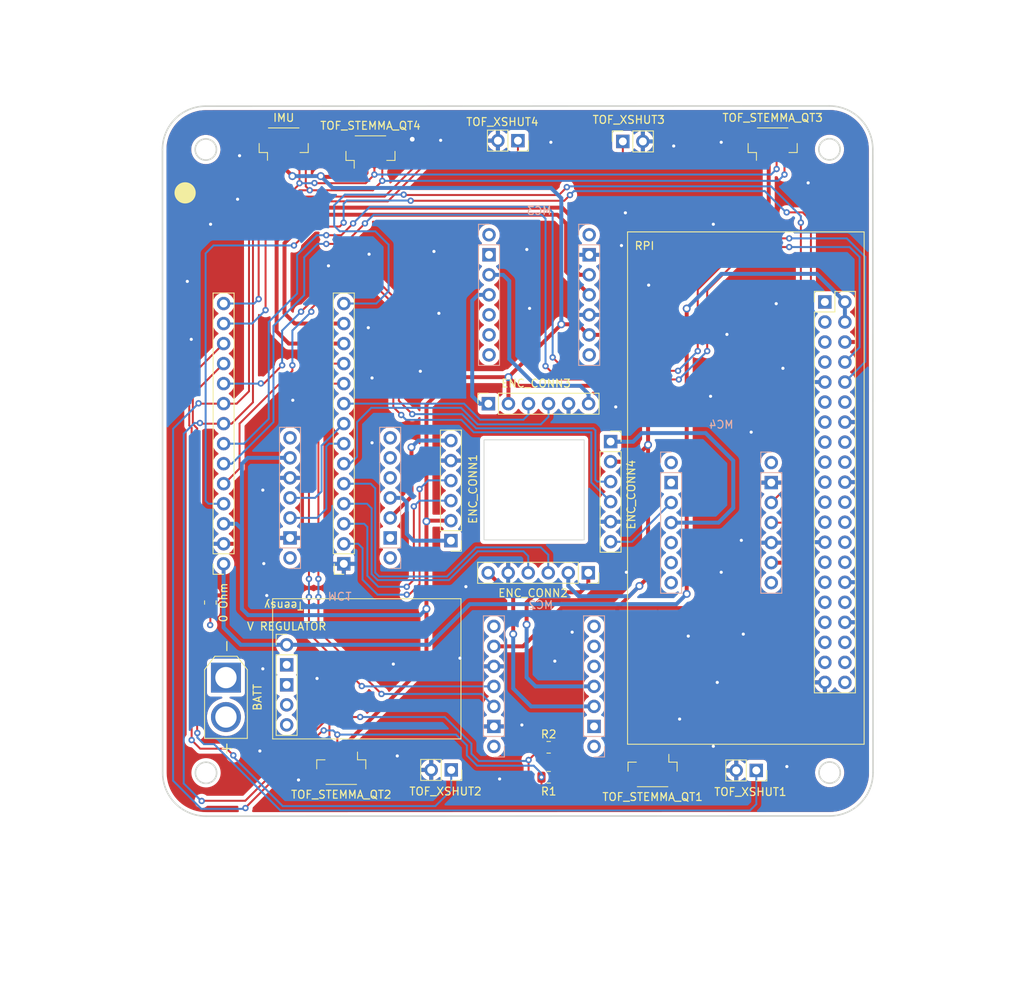
<source format=kicad_pcb>
(kicad_pcb (version 20211014) (generator pcbnew)
  (layers (0 "F.Cu" signal) (1 "In1.Cu" signal) (2 "In2.Cu" signal) (31 "B.Cu" signal) (34 "B.Paste" user) (35 "F.Paste" user) (36 "B.SilkS" user "B.Silkscreen") (37 "F.SilkS" user "F.Silkscreen") (38 "B.Mask" user) (39 "F.Mask" user) (44 "Edge.Cuts" user))
  (net 0 "")
  (net 1 "/MOTOR_1_PIN2")
  (net 2 "/3V3_Teensy")
  (net 3 "/ENC_1_PINB")
  (net 4 "/ENC_1_PINA")
  (net 5 "GNDREF")
  (net 6 "/UART TXD (R PI)")
  (net 7 "/MOTOR_2_PIN2")
  (net 8 "/ENC_2_PINB")
  (net 9 "/ENC_2_PINA")
  (net 10 "/MOTOR_2_PIN1")
  (net 11 "/MOTOR_3_PIN2")
  (net 12 "/ENC_3_PINB")
  (net 13 "/ENC_3_PINA")
  (net 14 "/MOTOR_3_PIN1")
  (net 15 "/MOTOR_4_PIN2")
  (net 16 "/ENC_4_PINB")
  (net 17 "/ENC_4_PINA")
  (net 18 "/MOTOR_4_PIN1")
  (net 19 "/BATTERY_GROUND")
  (net 20 "/12V")
  (net 21 "/UART RXD (R PI)")
  (net 22 "/MC1_PWM1")
  (net 23 "/MC1_PWM2")
  (net 24 "/MC2_PWM1")
  (net 25 "/MC2_PWM2")
  (net 26 "/MC3_PWM1")
  (net 27 "/MC3_PWM2")
  (net 28 "/MC4_PWM2")
  (net 29 "/MC4_PWM1")
  (net 30 "/5V")
  (net 31 "/SDA_LINE")
  (net 32 "/SCL_LINE")
  (net 33 "/TOF_1_XSHUT")
  (net 34 "/TOF_2_XSHUT")
  (net 35 "/TOF_3_XSHUT")
  (net 36 "/TOF_4_XSHUT")
  (net 65 "/MOTOR_1_PIN1")
  (footprint "Connector_PinHeader_2.54mm:PinHeader_1x06_P2.54mm_Vertical" (layer "F.Cu") (at 115.525 92.0925 180)
    (fp_text reference "ENC_CONN1")
    (fp_text value "Conn_01x06_Male")
  )
  (footprint "Connector_PinSocket_2.54mm:PinSocket_1x06_P2.54mm_Vertical" (layer "F.Cu") (at 135.775 79.525)
    (fp_text reference "ENC_CONN4")
    (fp_text value "Conn_01x06_Male")
  )
  (footprint "Connector_JST:JST_SH_BM04B-SRSS-TB_1x04-1MP_P1.00mm_Vertical" (layer "F.Cu") (at 101.6224 121.0047 180)
    (fp_text reference "TOF_STEMMA_QT2")
    (fp_text value "Conn_01x04_Female")
  )
  (footprint "Connector_PinSocket_2.54mm:PinSocket_1x02_P2.54mm_Vertical" (layer "F.Cu") (at 115.5668 121.1769 -90)
    (fp_text reference "TOF_XSHUT2")
    (fp_text value "Conn_01x02_Female")
  )
  (footprint "Connector_JST:JST_SH_BM04B-SRSS-TB_1x04-1MP_P1.00mm_Vertical" (layer "F.Cu") (at 105.325 42.7425)
    (fp_text reference "TOF_STEMMA_QT4")
    (fp_text value "Conn_01x04_Female")
  )
  (footprint "Connector_PinSocket_2.54mm:PinSocket_1x06_P2.54mm_Vertical" (layer "F.Cu") (at 132.95 96.1675 -90)
    (fp_text reference "ENC_CONN2")
    (fp_text value "Conn_01x06_Male")
  )
  (footprint "Resistor_SMD:R_0805_2012Metric" (layer "F.Cu") (at 127.9224 118.3047)
    (fp_text reference "R2")
    (fp_text value "4.7k")
  )
  (footprint "board1_footprints:Raspberry Pi Zero W" (layer "F.Cu") (at 141.1005 56.2198)
    (fp_text reference "RPI")
    (fp_text value "Raspberry_PI_Zero_W")
  )
  (footprint "Resistor_SMD:R_0805_2012Metric" (layer "F.Cu") (at 85.025 99.9425 -90)
    (fp_text reference "0 Ohm")
    (fp_text value "0 Ohms")
  )
  (footprint "board1_footprints:Teensy 4.0" (layer "F.Cu") (at 94.325 100.7425 180)
    (fp_text reference "Teensy")
    (fp_text value "Teensy_4.0")
  )
  (footprint "Connector_JST:JST_SH_BM04B-SRSS-TB_1x04-1MP_P1.00mm_Vertical" (layer "F.Cu") (at 156.325 41.7425)
    (fp_text reference "TOF_STEMMA_QT3")
    (fp_text value "Conn_01x04_Female")
  )
  (footprint "Connector_AMASS:AMASS_XT30U-M_1x02_P5.0mm_Vertical" (layer "F.Cu") (at 87 109.4675 -90)
    (fp_text reference "BATT")
    (fp_text value "XT30 Male Connector")
  )
  (footprint "Resistor_SMD:R_0805_2012Metric" (layer "F.Cu") (at 127.9224 122.1047)
    (fp_text reference "R1")
    (fp_text value "4.7k")
  )
  (footprint "Connector_JST:JST_SH_BM04B-SRSS-TB_1x04-1MP_P1.00mm_Vertical" (layer "F.Cu") (at 94.325 41.7425)
    (fp_text reference "IMU")
    (fp_text value "BNO085")
  )
  (footprint "Connector_PinSocket_2.54mm:PinSocket_1x02_P2.54mm_Vertical" (layer "F.Cu") (at 124.025 41.3425 -90)
    (fp_text reference "TOF_XSHUT4")
    (fp_text value "Conn_01x02_Female")
  )
  (footprint "Connector_PinSocket_2.54mm:PinSocket_1x02_P2.54mm_Vertical" (layer "F.Cu") (at 137.325 41.4425 90)
    (fp_text reference "TOF_XSHUT3")
    (fp_text value "Conn_01x02_Female")
  )
  (footprint "board1_footprints:Voltage Regulator D24V50F5" (layer "F.Cu") (at 94.7 105.3013)
    (fp_text reference "V REGULATOR")
    (fp_text value "D24V50F5")
  )
  (footprint "Connector_PinSocket_2.54mm:PinSocket_1x02_P2.54mm_Vertical" (layer "F.Cu") (at 154.25 121.2425 -90)
    (fp_text reference "TOF_XSHUT1")
    (fp_text value "Conn_01x02_Female")
  )
  (footprint "Connector_PinSocket_2.54mm:PinSocket_1x06_P2.54mm_Vertical" (layer "F.Cu") (at 120.2824 74.7175 90)
    (fp_text reference "ENC_CONN3")
    (fp_text value "Conn_01x06_Male")
  )
  (footprint "Connector_JST:JST_SH_BM04B-SRSS-TB_1x04-1MP_P1.00mm_Vertical" (layer "F.Cu") (at 141.1 121.3 180)
    (fp_text reference "TOF_STEMMA_QT1")
    (fp_text value "Conn_01x04_Female")
  )
  (footprint "board1_footprints:DRV8876" (layer "B.Cu") (at 127.325 124.06)
    (fp_text reference "MC2")
    (fp_text value "DRV8876")
  )
  (footprint "board1_footprints:DRV8876" (layer "B.Cu") (at 126.709 47.425 180)
    (fp_text reference "MC3")
    (fp_text value "DRV8876")
  )
  (footprint "board1_footprints:DRV8876" (layer "B.Cu") (at 149.8 76.325 180)
    (fp_text reference "MC4")
    (fp_text value "DRV8876")
  )
  (footprint "board1_footprints:DRV8876" (layer "B.Cu") (at 101.475 100.1425)
    (fp_text reference "MC1")
    (fp_text value "DRV8876")
  )
  (gr_circle (center 81.825 47.9675) (end 83.095 47.9675) (layer "F.SilkS") (width 0.15) (fill solid))
  (gr_line (start 169.025 42.417613) (end 169.049999 121.4925) (layer "Edge.Cuts") (width 0.2))
  (gr_circle (center 84.475 121.5425) (end 85.8212 121.5425) (layer "Edge.Cuts") (width 0.2) (fill none))
  (gr_rect (start 132.425 92) (end 119.725 79.3) (layer "Edge.Cuts") (width 0.1) (fill none))
  (gr_circle (center 163.55 121.5175) (end 164.8962 121.5175) (layer "Edge.Cuts") (width 0.2) (fill none))
  (gr_line (start 84.425 36.9675) (end 163.5 36.942501) (layer "Edge.Cuts") (width 0.2))
  (gr_arc (start 169.049999 121.4925) (mid 167.456708 125.388933) (end 163.574887 127.0175) (layer "Edge.Cuts") (width 0.2))
  (gr_arc (start 84.5 127.042499) (mid 80.603567 125.449208) (end 78.975 121.567387) (layer "Edge.Cuts") (width 0.2))
  (gr_circle (center 163.525 42.4425) (end 164.8712 42.4425) (layer "Edge.Cuts") (width 0.2) (fill none))
  (gr_arc (start 163.5 36.942501) (mid 167.396433 38.535792) (end 169.025 42.417613) (layer "Edge.Cuts") (width 0.2))
  (gr_circle (center 84.45 42.4675) (end 85.7962 42.4675) (layer "Edge.Cuts") (width 0.2) (fill none))
  (gr_line (start 78.975 121.567387) (end 78.950001 42.4925) (layer "Edge.Cuts") (width 0.2))
  (gr_line (start 163.574887 127.0175) (end 84.5 127.042499) (layer "Edge.Cuts") (width 0.2))
  (gr_arc (start 78.950001 42.4925) (mid 80.543292 38.596067) (end 84.425113 36.9675) (layer "Edge.Cuts") (width 0.2))
  (segment (start 110.775 92.0925) (end 109.925 91.2425) (width 0.5) (layer "B.Cu") (net 1))
  (segment (start 109.345 86.6625) (end 107.825 86.6625) (width 0.5) (layer "B.Cu") (net 1))
  (segment (start 115.525 92.0925) (end 110.775 92.0925) (width 0.5) (layer "B.Cu") (net 1))
  (segment (start 109.925 87.2425) (end 109.345 86.6625) (width 0.5) (layer "B.Cu") (net 1))
  (segment (start 109.925 91.2425) (end 109.925 87.2425) (width 0.5) (layer "B.Cu") (net 1))
  (segment (start 138.385 82.0825) (end 137.3425 82.0825) (width 0.5) (layer "F.Cu") (net 2))
  (segment (start 130.4878 122.1047) (end 132.15 120.4425) (width 0.5) (layer "F.Cu") (net 2))
  (segment (start 138.325 72.4425) (end 140.525 74.6425) (width 0.5) (layer "F.Cu") (net 2))
  (segment (start 137.325 82.065) (end 135.775 82.065) (width 0.5) (layer "F.Cu") (net 2))
  (segment (start 138.0675 113.325) (end 137.75 113.325) (width 0.5) (layer "F.Cu") (net 2))
  (segment (start 95.425 45.8425) (end 93.825 44.2425) (width 0.5) (layer "F.Cu") (net 2))
  (segment (start 122.8224 71.3451) (end 122.8224 74.7175) (width 0.5) (layer "F.Cu") (net 2))
  (segment (start 157.7925 94.885) (end 156.15 94.885) (width 0.5) (layer "F.Cu") (net 2))
  (segment (start 93.825 44.2425) (end 93.825 43.0675) (width 0.5) (layer "F.Cu") (net 2))
  (segment (start 136.625 100.6425) (end 141.75 100.6425) (width 0.5) (layer "F.Cu") (net 2))
  (segment (start 139.425 97.8425) (end 136.625 100.6425) (width 0.5) (layer "F.Cu") (net 2))
  (segment (start 112.515 89.5525) (end 115.525 89.5525) (width 0.5) (layer "F.Cu") (net 2))
  (segment (start 124.6675 105.5) (end 120.975 105.5) (width 0.5) (layer "F.Cu") (net 2))
  (segment (start 104.825 45.4425) (end 104.825 44.0675) (width 0.5) (layer "F.Cu") (net 2))
  (segment (start 141.6 114.1175) (end 141.6 119.975) (width 0.5) (layer "F.Cu") (net 2))
  (segment (start 136.625 112.2) (end 136.625 100.6425) (width 0.5) (layer "F.Cu") (net 2))
  (segment (start 138.0675 113.325) (end 140.8075 113.325) (width 0.5) (layer "F.Cu") (net 2))
  (segment (start 141.75 100.6425) (end 156.875 100.6425) (width 0.5) (layer "F.Cu") (net 2))
  (segment (start 140.525 74.6425) (end 140.525 79.9425) (width 0.5) (layer "F.Cu") (net 2))
  (segment (start 102.1224 119.6797) (end 102.1224 117.9701) (width 0.5) (layer "F.Cu") (net 2))
  (segment (start 112.425 107.6675) (end 112.425 100.7425) (width 0.5) (layer "F.Cu") (net 2))
  (segment (start 139.4825 65.985) (end 133.059 65.985) (width 0.5) (layer "F.Cu") (net 2))
  (segment (start 128.8224 118.2922) (end 128.8349 118.3047) (width 0.5) (layer "F.Cu") (net 2))
  (segment (start 122.8224 71.3451) (end 123.9198 72.4425) (width 0.5) (layer "F.Cu") (net 2))
  (segment (start 137.75 113.325) (end 136.625 112.2) (width 0.5) (layer "F.Cu") (net 2))
  (segment (start 136.3 115.0925) (end 138.0675 113.325) (width 0.5) (layer "F.Cu") (net 2))
  (segment (start 139.425 97.8425) (end 140.525 96.7425) (width 0.5) (layer "F.Cu") (net 2))
  (segment (start 112.425 89.6425) (end 112.425 74.8425) (width 0.5) (layer "F.Cu") (net 2))
  (segment (start 136.625 100.6425) (end 129.525 100.6425) (width 0.5) (layer "F.Cu") (net 2))
  (segment (start 132.9675 65.985) (end 133.059 65.985) (width 0.5) (layer "F.Cu") (net 2))
  (segment (start 158.1 99.4175) (end 158.1 95.1925) (width 0.5) (layer "F.Cu") (net 2))
  (segment (start 158.1 95.1925) (end 157.7925 94.885) (width 0.5) (layer "F.Cu") (net 2))
  (segment (start 130.0122 118.3047) (end 128.8349 118.3047) (width 0.5) (layer "F.Cu") (net 2))
  (segment (start 140.525 79.9425) (end 138.385 82.0825) (width 0.5) (layer "F.Cu") (net 2))
  (segment (start 136.3 119.1175) (end 136.3 115.0925) (width 0.5) (layer "F.Cu") (net 2))
  (segment (start 129.525 64.6425) (end 131.625 64.6425) (width 0.5) (layer "F.Cu") (net 2))
  (segment (start 124.6675 105.5) (end 127.525 102.6425) (width 0.5) (layer "F.Cu") (net 2))
  (segment (start 155.825 49.6425) (end 139.4825 65.985) (width 0.5) (layer "F.Cu") (net 2))
  (segment (start 112.425 89.6425) (end 112.425 100.7425) (width 0.5) (layer "F.Cu") (net 2))
  (segment (start 140.8075 113.325) (end 140.99125 113.50875) (width 0.5) (layer "F.Cu") (net 2))
  (segment (start 104.325 45.9425) (end 104.825 45.4425) (width 0.5) (layer "F.Cu") (net 2))
  (segment (start 156.875 100.6425) (end 158.1 99.4175) (width 0.5) (layer "F.Cu") (net 2))
  (segment (start 140.99125 113.50875) (end 141.6 114.1175) (width 0.5) (layer "F.Cu") (net 2))
  (segment (start 131.625 64.6425) (end 132.9675 65.985) (width 0.5) (layer "F.Cu") (net 2))
  (segment (start 137.3425 82.0825) (end 136.625 82.0825) (width 0.5) (layer "F.Cu") (net 2))
  (segment (start 137.3425 82.0825) (end 137.325 82.065) (width 0.5) (layer "F.Cu") (net 2))
  (segment (start 112.425 74.8425) (end 115.9224 71.3451) (width 0.5) (layer "F.Cu") (net 2))
  (segment (start 129.525 64.6425) (end 122.8224 71.3451) (width 0.5) (layer "F.Cu") (net 2))
  (segment (start 132.15 120.4425) (end 134.975 120.4425) (width 0.5) (layer "F.Cu") (net 2))
  (segment (start 99.025 45.8425) (end 99.125 45.9425) (width 0.5) (layer "F.Cu") (net 2))
  (segment (start 130.0122 118.3047) (end 132.15 120.4425) (width 0.5) (layer "F.Cu") (net 2))
  (segment (start 134.975 120.4425) (end 136.3 119.1175) (width 0.5) (layer "F.Cu") (net 2))
  (segment (start 102.1224 117.9701) (end 112.425 107.6675) (width 0.5) (layer "F.Cu") (net 2))
  (segment (start 128.8349 122.1047) (end 130.4878 122.1047) (width 0.5) (layer "F.Cu") (net 2))
  (segment (start 129.525 100.6425) (end 127.525 102.6425) (width 0.5) (layer "F.Cu") (net 2))
  (segment (start 99.125 45.9425) (end 104.325 45.9425) (width 0.5) (layer "F.Cu") (net 2))
  (segment (start 123.9198 72.4425) (end 138.325 72.4425) (width 0.5) (layer "F.Cu") (net 2))
  (segment (start 112.425 89.6425) (end 112.515 89.5525) (width 0.5) (layer "F.Cu") (net 2))
  (segment (start 140.525 96.7425) (end 140.525 79.9425) (width 0.5) (layer "F.Cu") (net 2))
  (segment (start 155.825 43.0675) (end 155.825 49.6425) (width 0.5) (layer "F.Cu") (net 2))
  (segment (start 115.9224 71.3451) (end 122.8224 71.3451) (width 0.5) (layer "F.Cu") (net 2))
  (via (at 99.025 45.8425) (size 1) (drill 0.6) (layers "F.Cu" "B.Cu") (net 2))
  (via (at 139.425 97.8425) (size 1) (drill 0.6) (layers "F.Cu" "B.Cu") (net 2))
  (via (at 95.425 45.8425) (size 1) (drill 0.6) (layers "F.Cu" "B.Cu") (net 2))
  (via (at 112.425 100.7425) (size 1) (drill 0.6) (layers "F.Cu" "B.Cu") (net 2))
  (via (at 112.425 89.6425) (size 1) (drill 0.6) (layers "F.Cu" "B.Cu") (net 2))
  (via (at 129.525 64.6425) (size 1) (drill 0.6) (layers "F.Cu" "B.Cu") (net 2))
  (via (at 122.8224 71.3451) (size 1) (drill 0.6) (layers "F.Cu" "B.Cu") (net 2))
  (via (at 140.525 79.9425) (size 1) (drill 0.6) (layers "F.Cu" "B.Cu") (net 2))
  (segment (start 89.825 101.5425) (end 89.025 100.7425) (width 0.5) (layer "B.Cu") (net 2))
  (segment (start 100.525 47.3425) (end 128.225 47.3425) (width 0.5) (layer "B.Cu") (net 2))
  (segment (start 138.125 99.1425) (end 139.425 97.8425) (width 0.5) (layer "B.Cu") (net 2))
  (segment (start 89.785 81.5825) (end 95.125 81.5825) (width 0.5) (layer "B.Cu") (net 2))
  (segment (start 89.025 90.6425) (end 88.33 89.9475) (width 0.5) (layer "B.Cu") (net 2))
  (segment (start 112.425 100.7425) (end 111.625 101.5425) (width 0.5) (layer "B.Cu") (net 2))
  (segment (start 89.025 90.6425) (end 89.025 82.3425) (width 0.5) (layer "B.Cu") (net 2))
  (segment (start 131.725 99.1425) (end 138.125 99.1425) (width 0.5) (layer "B.Cu") (net 2))
  (segment (start 129.525 48.6425) (end 129.525 64.6425) (width 0.5) (layer "B.Cu") (net 2))
  (segment (start 88.33 89.9475) (end 86.705 89.9475) (width 0.5) (layer "B.Cu") (net 2))
  (segment (start 128.225 47.3425) (end 129.525 48.6425) (width 0.5) (layer "B.Cu") (net 2))
  (segment (start 99.025 45.8425) (end 95.425 45.8425) (width 0.5) (layer "B.Cu") (net 2))
  (segment (start 89.025 100.7425) (end 89.025 90.6425) (width 0.5) (layer "B.Cu") (net 2))
  (segment (start 89.025 82.3425) (end 89.785 81.5825) (width 0.5) (layer "B.Cu") (net 2))
  (segment (start 111.625 101.5425) (end 89.825 101.5425) (width 0.5) (layer "B.Cu") (net 2))
  (segment (start 130.41 97.8275) (end 130.41 96.1675) (width 0.5) (layer "B.Cu") (net 2))
  (segment (start 131.725 99.1425) (end 130.41 97.8275) (width 0.5) (layer "B.Cu") (net 2))
  (segment (start 99.025 45.8425) (end 100.525 47.3425) (width 0.5) (layer "B.Cu") (net 2))
  (segment (start 110.825 87.7425) (end 110.825 97.0425) (width 0.25) (layer "F.Cu") (net 3))
  (segment (start 110.825 97.0425) (end 109.925 97.9425) (width 0.25) (layer "F.Cu") (net 3))
  (via (at 109.925 97.9425) (size 0.8) (drill 0.4) (layers "F.Cu" "B.Cu") (net 3))
  (via (at 110.825 87.7425) (size 0.8) (drill 0.4) (layers "F.Cu" "B.Cu") (net 3))
  (segment (start 106.325 97.9425) (end 109.925 97.9425) (width 0.25) (layer "B.Cu") (net 3))
  (segment (start 111.555 87.0125) (end 115.525 87.0125) (width 0.25) (layer "B.Cu") (net 3))
  (segment (start 104.925 90.3425) (end 104.925 96.5425) (width 0.25) (layer "B.Cu") (net 3))
  (segment (start 110.825 87.7425) (end 111.555 87.0125) (width 0.25) (layer "B.Cu") (net 3))
  (segment (start 101.945 89.9475) (end 104.53 89.9475) (width 0.25) (layer "B.Cu") (net 3))
  (segment (start 104.925 96.5425) (end 106.025 97.6425) (width 0.25) (layer "B.Cu") (net 3))
  (segment (start 104.53 89.9475) (end 104.925 90.3425) (width 0.25) (layer "B.Cu") (net 3))
  (segment (start 106.025 97.6425) (end 106.325 97.9425) (width 0.25) (layer "B.Cu") (net 3))
  (segment (start 111.5495 85.5425) (end 111.5495 97.618) (width 0.25) (layer "F.Cu") (net 4))
  (segment (start 111.5495 97.618) (end 110.225497 98.942003) (width 0.25) (layer "F.Cu") (net 4))
  (segment (start 110.225497 98.942003) (end 109.925 98.942003) (width 0.25) (layer "F.Cu") (net 4))
  (via (at 111.5495 85.5425) (size 0.8) (drill 0.4) (layers "F.Cu" "B.Cu") (net 4))
  (via (at 109.925 98.942003) (size 0.8) (drill 0.4) (layers "F.Cu" "B.Cu") (net 4))
  (segment (start 106.025 98.7425) (end 106.224503 98.942003) (width 0.25) (layer "B.Cu") (net 4))
  (segment (start 115.495 84.4425) (end 115.525 84.4725) (width 0.25) (layer "B.Cu") (net 4))
  (segment (start 106.224503 98.942003) (end 109.925 98.942003) (width 0.25) (layer "B.Cu") (net 4))
  (segment (start 112.6495 84.4425) (end 115.495 84.4425) (width 0.25) (layer "B.Cu") (net 4))
  (segment (start 104.325 93.0425) (end 104.325 97.0425) (width 0.25) (layer "B.Cu") (net 4))
  (segment (start 111.5495 85.5425) (end 112.6495 84.4425) (width 0.25) (layer "B.Cu") (net 4))
  (segment (start 101.945 92.4875) (end 103.77 92.4875) (width 0.25) (layer "B.Cu") (net 4))
  (segment (start 103.77 92.4875) (end 104.325 93.0425) (width 0.25) (layer "B.Cu") (net 4))
  (segment (start 104.325 97.0425) (end 106.025 98.7425) (width 0.25) (layer "B.Cu") (net 4))
  (segment (start 85.025 97.5675) (end 85.025 99.03) (width 0.25) (layer "F.Cu") (net 5))
  (via (at 91.3 118.775) (size 0.8) (drill 0.4) (layers "F.Cu" "B.Cu") (net 5))
  (via (at 111.65 70.6) (size 0.8) (drill 0.4) (layers "F.Cu" "B.Cu") (net 5))
  (via (at 105.05 65.075) (size 0.8) (drill 0.4) (layers "F.Cu" "B.Cu") (net 5))
  (via (at 96.2 122.45) (size 0.8) (drill 0.4) (layers "F.Cu" "B.Cu") (net 5))
  (via (at 148.8 51.95) (size 0.8) (drill 0.4) (layers "F.Cu" "B.Cu") (net 5))
  (via (at 114 63.25) (size 0.8) (drill 0.4) (layers "F.Cu" "B.Cu") (net 5))
  (via (at 137.65 50.5) (size 0.8) (drill 0.4) (layers "F.Cu" "B.Cu") (net 5))
  (via (at 149.8 41.55) (size 0.8) (drill 0.4) (layers "F.Cu" "B.Cu") (net 5))
  (via (at 136.425 75.125) (size 0.8) (drill 0.4) (layers "F.Cu" "B.Cu") (net 5))
  (via (at 130.9 103.7) (size 0.8) (drill 0.4) (layers "F.Cu" "B.Cu") (net 5))
  (via (at 91.675 85.675) (size 0.8) (drill 0.4) (layers "F.Cu" "B.Cu") (net 5))
  (via (at 149.8 96.1) (size 0.8) (drill 0.4) (layers "F.Cu" "B.Cu") (net 5))
  (via (at 98.55 109.575) (size 0.8) (drill 0.4) (layers "F.Cu" "B.Cu") (net 5))
  (via (at 144.525 114.725) (size 0.8) (drill 0.4) (layers "F.Cu" "B.Cu") (net 5))
  (via (at 117.425 97.925) (size 0.8) (drill 0.4) (layers "F.Cu" "B.Cu") (net 5))
  (via (at 91.8 95) (size 0.8) (drill 0.4) (layers "F.Cu" "B.Cu") (net 5))
  (via (at 125.5 62.625) (size 0.8) (drill 0.4) (layers "F.Cu" "B.Cu") (net 5))
  (via (at 137.775 96.1) (size 0.8) (drill 0.4) (layers "F.Cu" "B.Cu") (net 5))
  (via (at 149.3 110.075) (size 0.8) (drill 0.4) (layers "F.Cu" "B.Cu") (net 5))
  (via (at 160.825 46.7) (size 0.8) (drill 0.4) (layers "F.Cu" "B.Cu") (net 5))
  (via (at 100 57.225) (size 0.8) (drill 0.4) (layers "F.Cu" "B.Cu") (net 5))
  (via (at 113.375 55.4) (size 0.8) (drill 0.4) (layers "F.Cu" "B.Cu") (net 5))
  (via (at 95.475 74.275) (size 0.8) (drill 0.4) (layers "F.Cu" "B.Cu") (net 5))
  (via (at 140.6 59.675) (size 0.8) (drill 0.4) (layers "F.Cu" "B.Cu") (net 5))
  (via (at 152.35 92.05) (size 0.8) (drill 0.4) (layers "F.Cu" "B.Cu") (net 5))
  (via (at 148.45 73.775) (size 0.8) (drill 0.4) (layers "F.Cu" "B.Cu") (net 5))
  (via (at 114.225 41.3) (size 0.8) (drill 0.4) (layers "F.Cu" "B.Cu") (net 5))
  (via (at 157.625 70.225) (size 0.8) (drill 0.4) (layers "F.Cu" "B.Cu") (net 5))
  (via (at 150.525 65.925) (size 0.8) (drill 0.4) (layers "F.Cu" "B.Cu") (net 5))
  (via (at 92.175 99.05) (size 0.8) (drill 0.4) (layers "F.Cu" "B.Cu") (net 5))
  (via (at 82.1 59.2) (size 0.8) (drill 0.4) (layers "F.Cu" "B.Cu") (net 5))
  (via (at 105.15 55.75) (size 0.8) (drill 0.4) (layers "F.Cu" "B.Cu") (net 5))
  (via (at 156.775 62.025) (size 0.8) (drill 0.4) (layers "F.Cu" "B.Cu") (net 5))
  (via (at 108.225 107.75) (size 0.8) (drill 0.4) (layers "F.Cu" "B.Cu") (net 5))
  (via (at 148.8 118.175) (size 0.8) (drill 0.4) (layers "F.Cu" "B.Cu") (net 5))
  (via (at 85.05 51.95) (size 0.8) (drill 0.4) (layers "F.Cu" "B.Cu") (net 5))
  (via (at 121.7 122.325) (size 0.8) (drill 0.4) (layers "F.Cu" "B.Cu") (net 5))
  (via (at 88.475 48.775) (size 0.8) (drill 0.4) (layers "F.Cu" "B.Cu") (net 5))
  (via (at 105.525 79.675) (size 0.8) (drill 0.4) (layers "F.Cu" "B.Cu") (net 5))
  (via (at 88.725 43.25) (size 0.8) (drill 0.4) (layers "F.Cu" "B.Cu") (net 5))
  (via (at 145.625 104.2) (size 0.8) (drill 0.4) (layers "F.Cu" "B.Cu") (net 5))
  (via (at 153.6 78.325) (size 0.8) (drill 0.4) (layers "F.Cu" "B.Cu") (net 5))
  (via (at 108.725 119.4) (size 0.8) (drill 0.4) (layers "F.Cu" "B.Cu") (net 5))
  (via (at 110.625 41.1625) (size 1) (drill 0.6) (layers "F.Cu" "B.Cu") (net 5))
  (via (at 143.775 42.025) (size 0.8) (drill 0.4) (layers "F.Cu" "B.Cu") (net 5))
  (via (at 158.125 120.75) (size 0.8) (drill 0.4) (layers "F.Cu" "B.Cu") (net 5))
  (via (at 152.6 103.95) (size 0.8) (drill 0.4) (layers "F.Cu" "B.Cu") (net 5))
  (via (at 91.675 108.35) (size 0.8) (drill 0.4) (layers "F.Cu" "B.Cu") (net 5))
  (via (at 82.6 66.55) (size 0.8) (drill 0.4) (layers "F.Cu" "B.Cu") (net 5))
  (via (at 116.675 107) (size 0.8) (drill 0.4) (layers "F.Cu" "B.Cu") (net 5))
  (via (at 125.15 55.15) (size 0.8) (drill 0.4) (layers "F.Cu" "B.Cu") (net 5))
  (via (at 128.2 41.55) (size 0.8) (drill 0.4) (layers "F.Cu" "B.Cu") (net 5))
  (via (at 105.525 71.45) (size 0.8) (drill 0.4) (layers "F.Cu" "B.Cu") (net 5))
  (via (at 124.525 115.475) (size 0.8) (drill 0.4) (layers "F.Cu" "B.Cu") (net 5))
  (via (at 137.15 54.65) (size 0.8) (drill 0.4) (layers "F.Cu" "B.Cu") (net 5))
  (via (at 128.7 107.375) (size 0.8) (drill 0.4) (layers "F.Cu" "B.Cu") (net 5))
  (segment (start 127.525 69.9425) (end 129.225 71.6425) (width 0.25) (layer "F.Cu") (net 6))
  (segment (start 151.025 57.3425) (end 153.525 54.8425) (width 0.25) (layer "F.Cu") (net 6))
  (segment (start 153.525 54.8425) (end 158.425 54.8425) (width 0.25) (layer "F.Cu") (net 6))
  (segment (start 99.725 54.4425) (end 102.025 54.4425) (width 0.25) (layer "F.Cu") (net 6))
  (segment (start 102.025 54.4425) (end 104.625 51.8425) (width 0.25) (layer "F.Cu") (net 6))
  (segment (start 148.025 60.3425) (end 151.025 57.3425) (width 0.25) (layer "F.Cu") (net 6))
  (segment (start 129.225 71.6425) (end 144.425 71.6425) (width 0.25) (layer "F.Cu") (net 6))
  (segment (start 148.025 68.0425) (end 148.025 60.3425) (width 0.25) (layer "F.Cu") (net 6))
  (via (at 148.025 68.0425) (size 0.8) (drill 0.4) (layers "F.Cu" "B.Cu") (net 6))
  (via (at 99.725 54.4425) (size 0.8) (drill 0.4) (layers "F.Cu" "B.Cu") (net 6))
  (via (at 144.425 71.6425) (size 0.8) (drill 0.4) (layers "F.Cu" "B.Cu") (net 6))
  (via (at 104.625 51.8425) (size 0.8) (drill 0.4) (layers "F.Cu" "B.Cu") (net 6))
  (via (at 127.525 69.9425) (size 0.8) (drill 0.4) (layers "F.Cu" "B.Cu") (net 6))
  (via (at 158.425 54.8425) (size 0.8) (drill 0.4) (layers "F.Cu" "B.Cu") (net 6))
  (segment (start 98.625 54.4425) (end 99.725 54.4425) (width 0.25) (layer "B.Cu") (net 6))
  (segment (start 105.725 50.7425) (end 127.025 50.7425) (width 0.25) (layer "B.Cu") (net 6))
  (segment (start 93.025 77.0425) (end 93.025 64.8425) (width 0.25) (layer "B.Cu") (net 6))
  (segment (start 96.925 56.1425) (end 98.625 54.4425) (width 0.25) (layer "B.Cu") (net 6))
  (segment (start 167.35 67.5623) (end 165.4845 69.4278) (width 0.25) (layer "B.Cu") (net 6))
  (segment (start 166.075 54.8425) (end 167.35 56.1175) (width 0.25) (layer "B.Cu") (net 6))
  (segment (start 93.025 64.8425) (end 96.925 60.9425) (width 0.25) (layer "B.Cu") (net 6))
  (segment (start 86.705 82.3275) (end 87.74 82.3275) (width 0.25) (layer "B.Cu") (net 6))
  (segment (start 87.74 82.3275) (end 93.025 77.0425) (width 0.25) (layer "B.Cu") (net 6))
  (segment (start 158.425 54.8425) (end 166.075 54.8425) (width 0.25) (layer "B.Cu") (net 6))
  (segment (start 167.35 56.1175) (end 167.35 67.5623) (width 0.25) (layer "B.Cu") (net 6))
  (segment (start 127.525 51.2425) (end 127.525 69.9425) (width 0.25) (layer "B.Cu") (net 6))
  (segment (start 144.425 71.6425) (end 148.025 68.0425) (width 0.25) (layer "B.Cu") (net 6))
  (segment (start 104.625 51.8425) (end 105.725 50.7425) (width 0.25) (layer "B.Cu") (net 6))
  (segment (start 96.925 60.9425) (end 96.925 56.1425) (width 0.25) (layer "B.Cu") (net 6))
  (segment (start 127.025 50.7425) (end 127.525 51.2425) (width 0.25) (layer "B.Cu") (net 6))
  (segment (start 131.925 98.6425) (end 132.95 97.6175) (width 0.5) (layer "F.Cu") (net 7))
  (segment (start 125.125 102.7425) (end 125.125 99.9425) (width 0.5) (layer "F.Cu") (net 7))
  (segment (start 126.425 98.6425) (end 131.925 98.6425) (width 0.5) (layer "F.Cu") (net 7))
  (segment (start 132.95 97.6175) (end 132.95 96.1675) (width 0.5) (layer "F.Cu") (net 7))
  (segment (start 125.125 99.9425) (end 126.425 98.6425) (width 0.5) (layer "F.Cu") (net 7))
  (via (at 125.125 102.7425) (size 1) (drill 0.6) (layers "F.Cu" "B.Cu") (net 7))
  (segment (start 125.125 109.4425) (end 125.125 102.7425) (width 0.5) (layer "B.Cu") (net 7))
  (segment (start 133.675 110.58) (end 126.2625 110.58) (width 0.5) (layer "B.Cu") (net 7))
  (segment (start 126.2625 110.58) (end 125.125 109.4425) (width 0.5) (layer "B.Cu") (net 7))
  (segment (start 101.945 84.8675) (end 105.35 84.8675) (width 0.25) (layer "B.Cu") (net 8))
  (segment (start 127.87 93.8875) (end 127.87 96.1675) (width 0.25) (layer "B.Cu") (net 8))
  (segment (start 105.925 85.4425) (end 105.925 96.1425) (width 0.25) (layer "B.Cu") (net 8))
  (segment (start 126.925 92.9425) (end 127.87 93.8875) (width 0.25) (layer "B.Cu") (net 8))
  (segment (start 105.35 84.8675) (end 105.925 85.4425) (width 0.25) (layer "B.Cu") (net 8))
  (segment (start 115.025 96.6425) (end 118.725 92.9425) (width 0.25) (layer "B.Cu") (net 8))
  (segment (start 118.725 92.9425) (end 126.925 92.9425) (width 0.25) (layer "B.Cu") (net 8))
  (segment (start 105.925 96.1425) (end 106.425 96.6425) (width 0.25) (layer "B.Cu") (net 8))
  (segment (start 106.425 96.6425) (end 115.025 96.6425) (width 0.25) (layer "B.Cu") (net 8))
  (segment (start 104.89 87.4075) (end 105.47548 87.99298) (width 0.25) (layer "B.Cu") (net 9))
  (segment (start 105.47548 96.328698) (end 106.238803 97.09202) (width 0.25) (layer "B.Cu") (net 9))
  (segment (start 118.925 93.4425) (end 124.725 93.4425) (width 0.25) (layer "B.Cu") (net 9))
  (segment (start 105.47548 87.99298) (end 105.47548 96.328698) (width 0.25) (layer "B.Cu") (net 9))
  (segment (start 106.238803 97.09202) (end 115.27548 97.09202) (width 0.25) (layer "B.Cu") (net 9))
  (segment (start 115.27548 97.09202) (end 118.925 93.4425) (width 0.25) (layer "B.Cu") (net 9))
  (segment (start 125.33 94.0475) (end 125.33 96.1675) (width 0.25) (layer "B.Cu") (net 9))
  (segment (start 124.725 93.4425) (end 125.33 94.0475) (width 0.25) (layer "B.Cu") (net 9))
  (segment (start 101.945 87.4075) (end 104.89 87.4075) (width 0.25) (layer "B.Cu") (net 9))
  (segment (start 120.25 96.1675) (end 123.425 99.3425) (width 0.5) (layer "F.Cu") (net 10))
  (segment (start 123.425 99.3425) (end 123.425 103.9425) (width 0.5) (layer "F.Cu") (net 10))
  (via (at 123.425 103.9425) (size 1) (drill 0.6) (layers "F.Cu" "B.Cu") (net 10))
  (segment (start 123.425 103.9425) (end 123.425 110.8425) (width 0.5) (layer "B.Cu") (net 10))
  (segment (start 125.7025 113.12) (end 133.675 113.12) (width 0.5) (layer "B.Cu") (net 10))
  (segment (start 123.425 110.8425) (end 125.7025 113.12) (width 0.5) (layer "B.Cu") (net 10))
  (segment (start 118.9625 60.905) (end 118.225 61.6425) (width 0.5) (layer "B.Cu") (net 11))
  (segment (start 120.359 60.905) (end 118.9625 60.905) (width 0.5) (layer "B.Cu") (net 11))
  (segment (start 118.225 73.7425) (end 119.2 74.7175) (width 0.5) (layer "B.Cu") (net 11))
  (segment (start 118.225 61.6425) (end 118.225 73.7425) (width 0.5) (layer "B.Cu") (net 11))
  (segment (start 119.2 74.7175) (end 120.2824 74.7175) (width 0.5) (layer "B.Cu") (net 11))
  (segment (start 119.225 76.7425) (end 117.19 74.7075) (width 0.25) (layer "B.Cu") (net 12))
  (segment (start 117.19 74.7075) (end 101.945 74.7075) (width 0.25) (layer "B.Cu") (net 12))
  (segment (start 124.725 76.7425) (end 119.225 76.7425) (width 0.25) (layer "B.Cu") (net 12))
  (segment (start 125.3624 74.7175) (end 125.3624 76.1051) (width 0.25) (layer "B.Cu") (net 12))
  (segment (start 125.3624 76.1051) (end 124.725 76.7425) (width 0.25) (layer "B.Cu") (net 12))
  (segment (start 127.9024 74.7175) (end 127.9024 76.3651) (width 0.25) (layer "B.Cu") (net 13))
  (segment (start 118.925 77.3425) (end 116.825 75.2425) (width 0.25) (layer "B.Cu") (net 13))
  (segment (start 105.425 75.2425) (end 103.625 77.0425) (width 0.25) (layer "B.Cu") (net 13))
  (segment (start 126.925 77.3425) (end 118.925 77.3425) (width 0.25) (layer "B.Cu") (net 13))
  (segment (start 116.825 75.2425) (end 105.425 75.2425) (width 0.25) (layer "B.Cu") (net 13))
  (segment (start 102.74 82.3275) (end 101.945 82.3275) (width 0.25) (layer "B.Cu") (net 13))
  (segment (start 103.625 81.4425) (end 102.74 82.3275) (width 0.25) (layer "B.Cu") (net 13))
  (segment (start 103.625 77.0425) (end 103.625 81.4425) (width 0.25) (layer "B.Cu") (net 13))
  (segment (start 127.9024 76.3651) (end 126.925 77.3425) (width 0.25) (layer "B.Cu") (net 13))
  (segment (start 122.1475 58.365) (end 122.925 59.1425) (width 0.5) (layer "B.Cu") (net 14))
  (segment (start 122.925 69.0425) (end 126.325 72.4425) (width 0.5) (layer "B.Cu") (net 14))
  (segment (start 120.359 58.365) (end 122.1475 58.365) (width 0.5) (layer "B.Cu") (net 14))
  (segment (start 132.9824 73.4999) (end 132.9824 74.7175) (width 0.5) (layer "B.Cu") (net 14))
  (segment (start 126.325 72.4425) (end 131.925 72.4425) (width 0.5) (layer "B.Cu") (net 14))
  (segment (start 131.925 72.4425) (end 132.9824 73.4999) (width 0.5) (layer "B.Cu") (net 14))
  (segment (start 122.925 59.1425) (end 122.925 69.0425) (width 0.5) (layer "B.Cu") (net 14))
  (segment (start 137.1675 79.5425) (end 138.625 79.5425) (width 0.5) (layer "B.Cu") (net 15))
  (segment (start 147.825 78.4425) (end 151.325 81.9425) (width 0.5) (layer "B.Cu") (net 15))
  (segment (start 136.625 79.5425) (end 137.1675 79.5425) (width 0.5) (layer "B.Cu") (net 15))
  (segment (start 151.325 81.9425) (end 151.325 87.9425) (width 0.5) (layer "B.Cu") (net 15))
  (segment (start 151.325 87.9425) (end 149.4625 89.805) (width 0.5) (layer "B.Cu") (net 15))
  (segment (start 138.625 79.5425) (end 139.725 78.4425) (width 0.5) (layer "B.Cu") (net 15))
  (segment (start 137.1675 79.5425) (end 137.15 79.525) (width 0.5) (layer "B.Cu") (net 15))
  (segment (start 137.15 79.525) (end 135.775 79.525) (width 0.5) (layer "B.Cu") (net 15))
  (segment (start 149.4625 89.805) (end 143.45 89.805) (width 0.5) (layer "B.Cu") (net 15))
  (segment (start 139.725 78.4425) (end 147.825 78.4425) (width 0.5) (layer "B.Cu") (net 15))
  (segment (start 108.925 61.8425) (end 106.025 58.9425) (width 0.25) (layer "F.Cu") (net 16))
  (segment (start 110.625 76.0425) (end 108.925 74.3425) (width 0.25) (layer "F.Cu") (net 16))
  (segment (start 100.625 58.9425) (end 96.525 63.0425) (width 0.25) (layer "F.Cu") (net 16))
  (segment (start 106.025 58.9425) (end 100.625 58.9425) (width 0.25) (layer "F.Cu") (net 16))
  (segment (start 91.825 72.1425) (end 91.425 72.1425) (width 0.25) (layer "F.Cu") (net 16))
  (segment (start 108.925 74.3425) (end 108.925 61.8425) (width 0.25) (layer "F.Cu") (net 16))
  (segment (start 94.125 69.8425) (end 91.825 72.1425) (width 0.25) (layer "F.Cu") (net 16))
  (via (at 110.625 76.0425) (size 0.8) (drill 0.4) (layers "F.Cu" "B.Cu") (net 16))
  (via (at 91.425 72.1425) (size 0.8) (drill 0.4) (layers "F.Cu" "B.Cu") (net 16))
  (via (at 94.125 69.8425) (size 0.8) (drill 0.4) (layers "F.Cu" "B.Cu") (net 16))
  (via (at 96.525 63.0425) (size 0.8) (drill 0.4) (layers "F.Cu" "B.Cu") (net 16))
  (segment (start 133.85 78.1) (end 133.85 84.375) (width 0.25) (layer "B.Cu") (net 16))
  (segment (start 118.725 77.8425) (end 133.5925 77.8425) (width 0.25) (layer "B.Cu") (net 16))
  (segment (start 116.925 76.0425) (end 118.725 77.8425) (width 0.25) (layer "B.Cu") (net 16))
  (segment (start 91.4 72.1675) (end 86.705 72.1675) (width 0.25) (layer "B.Cu") (net 16))
  (segment (start 110.625 76.0425) (end 116.925 76.0425) (width 0.25) (layer "B.Cu") (net 16))
  (segment (start 94.125 65.4425) (end 96.525 63.0425) (width 0.25) (layer "B.Cu") (net 16))
  (segment (start 91.425 72.1425) (end 91.4 72.1675) (width 0.25) (layer "B.Cu") (net 16))
  (segment (start 133.5925 77.8425) (end 133.85 78.1) (width 0.25) (layer "B.Cu") (net 16))
  (segment (start 94.125 69.8425) (end 94.125 65.4425) (width 0.25) (layer "B.Cu") (net 16))
  (segment (start 133.85 84.375) (end 134.08 84.605) (width 0.25) (layer "B.Cu") (net 16))
  (segment (start 134.08 84.605) (end 135.775 84.605) (width 0.25) (layer "B.Cu") (net 16))
  (segment (start 108.225 75.1425) (end 108.225 72.7425) (width 0.25) (layer "F.Cu") (net 17))
  (segment (start 95.425 70.5425) (end 88.725 77.2425) (width 0.25) (layer "F.Cu") (net 17))
  (segment (start 95.425 69.8425) (end 95.425 70.5425) (width 0.25) (layer "F.Cu") (net 17))
  (segment (start 109.225 76.1425) (end 108.225 75.1425) (width 0.25) (layer "F.Cu") (net 17))
  (segment (start 97.825 62.6425) (end 97.825 63.0425) (width 0.25) (layer "F.Cu") (net 17))
  (segment (start 99.725 60.7425) (end 97.825 62.6425) (width 0.25) (layer "F.Cu") (net 17))
  (segment (start 108.225 72.7425) (end 108.225 62.0425) (width 0.25) (layer "F.Cu") (net 17))
  (segment (start 88.725 82.9425) (end 86.8 84.8675) (width 0.25) (layer "F.Cu") (net 17))
  (segment (start 108.225 62.0425) (end 105.825 59.6425) (width 0.25) (layer "F.Cu") (net 17))
  (segment (start 86.8 84.8675) (end 86.705 84.8675) (width 0.25) (layer "F.Cu") (net 17))
  (segment (start 105.825 59.6425) (end 100.825 59.6425) (width 0.25) (layer "F.Cu") (net 17))
  (segment (start 100.825 59.6425) (end 99.725 60.7425) (width 0.25) (layer "F.Cu") (net 17))
  (segment (start 88.725 77.2425) (end 88.725 82.9425) (width 0.25) (layer "F.Cu") (net 17))
  (via (at 97.825 63.0425) (size 0.8) (drill 0.4) (layers "F.Cu" "B.Cu") (net 17))
  (via (at 109.225 76.1425) (size 0.8) (drill 0.4) (layers "F.Cu" "B.Cu") (net 17))
  (via (at 95.425 69.8425) (size 0.8) (drill 0.4) (layers "F.Cu" "B.Cu") (net 17))
  (segment (start 133.325 78.3425) (end 118.425 78.3425) (width 0.25) (layer "B.Cu") (net 17))
  (segment (start 133.325 78.3425) (end 133.325 84.695) (width 0.25) (layer "B.Cu") (net 17))
  (segment (start 109.849511 76.767011) (end 109.225 76.1425) (width 0.25) (layer "B.Cu") (net 17))
  (segment (start 133.325 84.695) (end 135.775 87.145) (width 0.25) (layer "B.Cu") (net 17))
  (segment (start 116.849511 76.767011) (end 109.849511 76.767011) (width 0.25) (layer "B.Cu") (net 17))
  (segment (start 118.425 78.3425) (end 116.849511 76.767011) (width 0.25) (layer "B.Cu") (net 17))
  (segment (start 95.425 65.4425) (end 95.425 69.8425) (width 0.25) (layer "B.Cu") (net 17))
  (segment (start 97.825 63.0425) (end 95.425 65.4425) (width 0.25) (layer "B.Cu") (net 17))
  (segment (start 137.6325 92.2425) (end 138.4725 92.2425) (width 0.25) (layer "B.Cu") (net 18))
  (segment (start 137.6325 92.2425) (end 137.615 92.225) (width 0.25) (layer "B.Cu") (net 18))
  (segment (start 137.615 92.225) (end 135.775 92.225) (width 0.25) (layer "B.Cu") (net 18))
  (segment (start 138.4725 92.2425) (end 143.45 87.265) (width 0.25) (layer "B.Cu") (net 18))
  (segment (start 136.625 92.2425) (end 137.6325 92.2425) (width 0.25) (layer "B.Cu") (net 18))
  (segment (start 85.025 102.7925) (end 85.0075 102.7925) (width 0.25) (layer "F.Cu") (net 19))
  (segment (start 85.025 102.7925) (end 85.025 100.855) (width 0.25) (layer "F.Cu") (net 19))
  (segment (start 85.0075 102.7925) (end 85 102.8) (width 0.25) (layer "F.Cu") (net 19))
  (via (at 85 102.8) (size 0.8) (drill 0.4) (layers "F.Cu" "B.Cu") (net 19))
  (segment (start 94.6788 112.9425) (end 94.7 112.9213) (width 0.75) (layer "B.Cu") (net 20))
  (segment (start 151.725 55.3425) (end 153.325 53.7425) (width 0.25) (layer "F.Cu") (net 21))
  (segment (start 153.325 53.7425) (end 158.425 53.7425) (width 0.25) (layer "F.Cu") (net 21))
  (segment (start 128.425 68.8425) (end 130.125 70.5425) (width 0.25) (layer "F.Cu") (net 21))
  (segment (start 101.625 53.3425) (end 103.125 51.8425) (width 0.25) (layer "F.Cu") (net 21))
  (segment (start 99.725 53.3425) (end 101.625 53.3425) (width 0.25) (layer "F.Cu") (net 21))
  (segment (start 130.325 70.5425) (end 144.325 70.5425) (width 0.25) (layer "F.Cu") (net 21))
  (segment (start 146.825 68.0425) (end 146.825 60.2425) (width 0.25) (layer "F.Cu") (net 21))
  (segment (start 146.825 60.2425) (end 151.725 55.3425) (width 0.25) (layer "F.Cu") (net 21))
  (segment (start 130.125 70.5425) (end 130.325 70.5425) (width 0.25) (layer "F.Cu") (net 21))
  (via (at 128.425 68.8425) (size 0.8) (drill 0.4) (layers "F.Cu" "B.Cu") (net 21))
  (via (at 158.425 53.7425) (size 0.8) (drill 0.4) (layers "F.Cu" "B.Cu") (net 21))
  (via (at 99.725 53.3425) (size 0.8) (drill 0.4) (layers "F.Cu" "B.Cu") (net 21))
  (via (at 144.325 70.5425) (size 0.8) (drill 0.4) (layers "F.Cu" "B.Cu") (net 21))
  (via (at 146.825 68.0425) (size 0.8) (drill 0.4) (layers "F.Cu" "B.Cu") (net 21))
  (via (at 103.125 51.8425) (size 0.8) (drill 0.4) (layers "F.Cu" "B.Cu") (net 21))
  (segment (start 96.025 60.7425) (end 96.025 55.8425) (width 0.25) (layer "B.Cu") (net 21))
  (segment (start 165.725 53.7425) (end 168.075 56.0925) (width 0.25) (layer "B.Cu") (net 21))
  (segment (start 98.525 53.3425) (end 99.725 53.3425) (width 0.25) (layer "B.Cu") (net 21))
  (segment (start 144.325 70.5425) (end 146.825 68.0425) (width 0.25) (layer "B.Cu") (net 21))
  (segment (start 92.425 64.3425) (end 96.025 60.7425) (width 0.25) (layer "B.Cu") (net 21))
  (segment (start 158.425 53.7425) (end 165.725 53.7425) (width 0.25) (layer "B.Cu") (net 21))
  (segment (start 89.28 79.7875) (end 92.425 76.6425) (width 0.25) (layer "B.Cu") (net 21))
  (segment (start 103.125 51.8425) (end 105.225 49.7425) (width 0.25) (layer "B.Cu") (net 21))
  (segment (start 92.425 76.6425) (end 92.425 64.3425) (width 0.25) (layer "B.Cu") (net 21))
  (segment (start 86.705 79.7875) (end 89.28 79.7875) (width 0.25) (layer "B.Cu") (net 21))
  (segment (start 168.075 56.0925) (end 168.075 69.3773) (width 0.25) (layer "B.Cu") (net 21))
  (segment (start 168.075 69.3773) (end 165.4845 71.9678) (width 0.25) (layer "B.Cu") (net 21))
  (segment (start 127.725 49.7425) (end 128.425 50.4425) (width 0.25) (layer "B.Cu") (net 21))
  (segment (start 105.225 49.7425) (end 127.725 49.7425) (width 0.25) (layer "B.Cu") (net 21))
  (segment (start 128.425 50.4425) (end 128.425 68.8425) (width 0.25) (layer "B.Cu") (net 21))
  (segment (start 96.025 55.8425) (end 98.525 53.3425) (width 0.25) (layer "B.Cu") (net 21))
  (segment (start 102.67 79.7875) (end 101.945 79.7875) (width 0.25) (layer "F.Cu") (net 22))
  (segment (start 99.725 88.0425) (end 99.725 80.1425) (width 0.25) (layer "B.Cu") (net 22))
  (segment (start 100.08 79.7875) (end 101.945 79.7875) (width 0.25) (layer "B.Cu") (net 22))
  (segment (start 95.125 89.2025) (end 98.565 89.2025) (width 0.25) (layer "B.Cu") (net 22))
  (segment (start 99.725 80.1425) (end 100.08 79.7875) (width 0.25) (layer "B.Cu") (net 22))
  (segment (start 98.565 89.2025) (end 99.725 88.0425) (width 0.25) (layer "B.Cu") (net 22))
  (segment (start 98.305 86.6625) (end 99.125 85.8425) (width 0.25) (layer "B.Cu") (net 23))
  (segment (start 95.125 86.6625) (end 98.305 86.6625) (width 0.25) (layer "B.Cu") (net 23))
  (segment (start 99.125 85.8425) (end 99.125 80.0425) (width 0.25) (layer "B.Cu") (net 23))
  (segment (start 101.92 77.2475) (end 101.945 77.2475) (width 0.25) (layer "B.Cu") (net 23))
  (segment (start 99.125 80.0425) (end 101.92 77.2475) (width 0.25) (layer "B.Cu") (net 23))
  (segment (start 98.725 72.9425) (end 99.5 72.1675) (width 0.25) (layer "F.Cu") (net 24))
  (segment (start 99.5 72.1675) (end 101.945 72.1675) (width 0.25) (layer "F.Cu") (net 24))
  (segment (start 98.725 103.5425) (end 98.725 99.2425) (width 0.25) (layer "F.Cu") (net 24))
  (segment (start 98.725 96.9425) (end 98.725 72.9425) (width 0.25) (layer "F.Cu") (net 24))
  (segment (start 106.725 111.5425) (end 98.725 103.5425) (width 0.25) (layer "F.Cu") (net 24))
  (via (at 98.725 96.9425) (size 0.8) (drill 0.4) (layers "F.Cu" "B.Cu") (net 24))
  (via (at 106.725 111.5425) (size 0.8) (drill 0.4) (layers "F.Cu" "B.Cu") (net 24))
  (via (at 98.725 99.2425) (size 0.8) (drill 0.4) (layers "F.Cu" "B.Cu") (net 24))
  (segment (start 106.725 111.5425) (end 119.3975 111.5425) (width 0.25) (layer "B.Cu") (net 24))
  (segment (start 98.725 99.2425) (end 98.725 96.9425) (width 0.25) (layer "B.Cu") (net 24))
  (segment (start 119.3975 111.5425) (end 120.975 113.12) (width 0.25) (layer "B.Cu") (net 24))
  (segment (start 97.525 103.8425) (end 97.525 99.2425) (width 0.25) (layer "F.Cu") (net 25))
  (segment (start 97.525 70.5425) (end 98.44 69.6275) (width 0.25) (layer "F.Cu") (net 25))
  (segment (start 97.525 96.9425) (end 97.525 70.5425) (width 0.25) (layer "F.Cu") (net 25))
  (segment (start 104.225 110.5425) (end 97.525 103.8425) (width 0.25) (layer "F.Cu") (net 25))
  (segment (start 98.44 69.6275) (end 101.945 69.6275) (width 0.25) (layer "F.Cu") (net 25))
  (via (at 97.525 99.2425) (size 0.8) (drill 0.4) (layers "F.Cu" "B.Cu") (net 25))
  (via (at 97.525 96.9425) (size 0.8) (drill 0.4) (layers "F.Cu" "B.Cu") (net 25))
  (via (at 104.225 110.5425) (size 0.8) (drill 0.4) (layers "F.Cu" "B.Cu") (net 25))
  (segment (start 104.3625 110.58) (end 120.975 110.58) (width 0.25) (layer "B.Cu") (net 25))
  (segment (start 104.225 110.5425) (end 104.325 110.5425) (width 0.25) (layer "B.Cu") (net 25))
  (segment (start 104.325 110.5425) (end 104.3625 110.58) (width 0.25) (layer "B.Cu") (net 25))
  (segment (start 97.525 99.2425) (end 97.525 96.9425) (width 0.25) (layer "B.Cu") (net 25))
  (segment (start 94.97 67.0875) (end 101.945 67.0875) (width 0.5) (layer "F.Cu") (net 26))
  (segment (start 131.8475 58.365) (end 131.025 57.5425) (width 0.5) (layer "F.Cu") (net 26))
  (segment (start 131.025 51.2425) (end 129.625 49.8425) (width 0.5) (layer "F.Cu") (net 26))
  (segment (start 97.625 49.8425) (end 93.425 54.0425) (width 0.5) (layer "F.Cu") (net 26))
  (segment (start 93.425 65.5425) (end 94.97 67.0875) (width 0.5) (layer "F.Cu") (net 26))
  (segment (start 133.059 58.365) (end 131.8475 58.365) (width 0.5) (layer "F.Cu") (net 26))
  (segment (start 131.025 57.5425) (end 131.025 51.2425) (width 0.5) (layer "F.Cu") (net 26))
  (segment (start 93.425 54.0425) (end 93.425 65.5425) (width 0.5) (layer "F.Cu") (net 26))
  (segment (start 129.625 49.8425) (end 97.625 49.8425) (width 0.5) (layer "F.Cu") (net 26))
  (segment (start 130.125 51.8425) (end 129.025 50.7425) (width 0.5) (layer "F.Cu") (net 27))
  (segment (start 130.125 57.9425) (end 130.125 51.8425) (width 0.5) (layer "F.Cu") (net 27))
  (segment (start 98.025 50.7425) (end 94.425 54.3425) (width 0.5) (layer "F.Cu") (net 27))
  (segment (start 133.059 60.905) (end 133.059 60.8765) (width 0.5) (layer "F.Cu") (net 27))
  (segment (start 94.425 63.2425) (end 95.73 64.5475) (width 0.5) (layer "F.Cu") (net 27))
  (segment (start 94.425 54.3425) (end 94.425 63.2425) (width 0.5) (layer "F.Cu") (net 27))
  (segment (start 133.059 60.8765) (end 130.125 57.9425) (width 0.5) (layer "F.Cu") (net 27))
  (segment (start 129.025 50.7425) (end 98.025 50.7425) (width 0.5) (layer "F.Cu") (net 27))
  (segment (start 95.73 64.5475) (end 101.945 64.5475) (width 0.5) (layer "F.Cu") (net 27))
  (segment (start 161.175 51.4925) (end 161.175 86.2675) (width 0.25) (layer "F.Cu") (net 28))
  (segment (start 160.125 50.4425) (end 161.175 51.4925) (width 0.25) (layer "F.Cu") (net 28))
  (segment (start 161.175 86.2675) (end 161.2 86.2925) (width 0.25) (layer "F.Cu") (net 28))
  (segment (start 157.6875 89.805) (end 156.15 89.805) (width 0.25) (layer "F.Cu") (net 28))
  (segment (start 98.025 52.2425) (end 95.625 54.6425) (width 0.25) (layer "F.Cu") (net 28))
  (segment (start 101.425 52.2425) (end 98.025 52.2425) (width 0.25) (layer "F.Cu") (net 28))
  (segment (start 130.625 48.2425) (end 129.9005 48.967) (width 0.25) (layer "F.Cu") (net 28))
  (segment (start 129.9005 48.967) (end 110.425 48.967) (width 0.25) (layer "F.Cu") (net 28))
  (segment (start 161.2 86.2925) (end 157.6875 89.805) (width 0.25) (layer "F.Cu") (net 28))
  (segment (start 158.1 50.4425) (end 160.125 50.4425) (width 0.25) (layer "F.Cu") (net 28))
  (segment (start 101.925 51.7425) (end 101.425 52.2425) (width 0.25) (layer "F.Cu") (net 28))
  (via (at 158.1 50.4425) (size 0.8) (drill 0.4) (layers "F.Cu" "B.Cu") (net 28))
  (via (at 101.925 51.7425) (size 0.8) (drill 0.4) (layers "F.Cu" "B.Cu") (net 28))
  (via (at 95.625 54.6425) (size 0.8) (drill 0.4) (layers "F.Cu" "B.Cu") (net 28))
  (via (at 110.425 48.967) (size 0.8) (drill 0.4) (layers "F.Cu" "B.Cu") (net 28))
  (via (at 130.625 48.2425) (size 0.8) (drill 0.4) (layers "F.Cu" "B.Cu") (net 28))
  (segment (start 110.4005 48.9425) (end 110.425 48.967) (width 0.25) (layer "B.Cu") (net 28))
  (segment (start 85.425 54.6425) (end 84.425 55.6425) (width 0.25) (layer "B.Cu") (net 28))
  (segment (start 155.325 47.7425) (end 131.125 47.7425) (width 0.25) (layer "B.Cu") (net 28))
  (segment (start 102.325 48.9425) (end 110.4005 48.9425) (width 0.25) (layer "B.Cu") (net 28))
  (segment (start 131.125 47.7425) (end 130.625 48.2425) (width 0.25) (layer "B.Cu") (net 28))
  (segment (start 84.425 55.6425) (end 84.425 87.0425) (width 0.25) (layer "B.Cu") (net 28))
  (segment (start 101.925 51.7425) (end 101.925 49.3425) (width 0.25) (layer "B.Cu") (net 28))
  (segment (start 84.425 87.0425) (end 84.79 87.4075) (width 0.25) (layer "B.Cu") (net 28))
  (segment (start 101.925 49.3425) (end 102.325 48.9425) (width 0.25) (layer "B.Cu") (net 28))
  (segment (start 158.025 50.4425) (end 155.325 47.7425) (width 0.25) (layer "B.Cu") (net 28))
  (segment (start 84.79 87.4075) (end 86.705 87.4075) (width 0.25) (layer "B.Cu") (net 28))
  (segment (start 158.1 50.4425) (end 158.025 50.4425) (width 0.25) (layer "B.Cu") (net 28))
  (segment (start 95.625 54.6425) (end 85.425 54.6425) (width 0.25) (layer "B.Cu") (net 28))
  (segment (start 159.9 83.515) (end 156.15 87.265) (width 0.25) (layer "F.Cu") (net 29))
  (segment (start 159.9 51.7425) (end 159.875 51.7675) (width 0.25) (layer "F.Cu") (net 29))
  (segment (start 109.537299 48.192) (end 109.587799 48.2425) (width 0.25) (layer "F.Cu") (net 29))
  (segment (start 109.587799 48.2425) (end 129.225 48.2425) (width 0.25) (layer "F.Cu") (net 29))
  (segment (start 159.9 51.7425) (end 159.9 83.515) (width 0.25) (layer "F.Cu") (net 29))
  (segment (start 129.225 48.2425) (end 130.225 47.2425) (width 0.25) (layer "F.Cu") (net 29))
  (via (at 130.225 47.2425) (size 0.8) (drill 0.4) (layers "F.Cu" "B.Cu") (net 29))
  (via (at 159.9 51.7425) (size 0.8) (drill 0.4) (layers "F.Cu" "B.Cu") (net 29))
  (via (at 109.537299 48.192) (size 0.8) (drill 0.4) (layers "F.Cu" "B.Cu") (net 29))
  (segment (start 106.06 62.0075) (end 101.945 62.0075) (width 0.25) (layer "B.Cu") (net 29))
  (segment (start 100.725 52.1425) (end 101.425 52.8425) (width 0.25) (layer "B.Cu") (net 29))
  (segment (start 109.537299 48.192) (end 102.0755 48.192) (width 0.25) (layer "B.Cu") (net 29))
  (segment (start 101.425 52.8425) (end 105.925 52.8425) (width 0.25) (layer "B.Cu") (net 29))
  (segment (start 156.125 47.1425) (end 130.325 47.1425) (width 0.25) (layer "B.Cu") (net 29))
  (segment (start 100.725 49.5425) (end 100.725 52.1425) (width 0.25) (layer "B.Cu") (net 29))
  (segment (start 107.625 60.4425) (end 106.06 62.0075) (width 0.25) (layer "B.Cu") (net 29))
  (segment (start 130.325 47.1425) (end 130.225 47.2425) (width 0.25) (layer "B.Cu") (net 29))
  (segment (start 105.925 52.8425) (end 107.625 54.5425) (width 0.25) (layer "B.Cu") (net 29))
  (segment (start 102.0755 48.192) (end 100.725 49.5425) (width 0.25) (layer "B.Cu") (net 29))
  (segment (start 159.9 50.9175) (end 156.125 47.1425) (width 0.25) (layer "B.Cu") (net 29))
  (segment (start 159.9 51.7425) (end 159.9 50.9175) (width 0.25) (layer "B.Cu") (net 29))
  (segment (start 107.625 54.5425) (end 107.625 60.4425) (width 0.25) (layer "B.Cu") (net 29))
  (segment (start 145.425 98.8425) (end 145.425 62.6425) (width 0.5) (layer "F.Cu") (net 30))
  (via (at 145.425 98.8425) (size 1) (drill 0.6) (layers "F.Cu" "B.Cu") (net 30))
  (via (at 145.425 62.6425) (size 1) (drill 0.6) (layers "F.Cu" "B.Cu") (net 30))
  (segment (start 145.425 62.6425) (end 149.825 58.2425) (width 0.5) (layer "B.Cu") (net 30))
  (segment (start 144.125 100.1425) (end 117.925 100.1425) (width 0.5) (layer "B.Cu") (net 30))
  (segment (start 94.7 105.3013) (end 88.8838 105.3013) (width 0.5) (layer "B.Cu") (net 30))
  (segment (start 117.925 100.1425) (end 112.7662 105.3013) (width 0.5) (layer "B.Cu") (net 30))
  (segment (start 144.125 100.1425) (end 145.425 98.8425) (width 0.5) (layer "B.Cu") (net 30))
  (segment (start 86.705 103.1225) (end 86.705 95.0275) (width 0.5) (layer "B.Cu") (net 30))
  (segment (start 112.7662 105.3013) (end 94.7 105.3013) (width 0.5) (layer "B.Cu") (net 30))
  (segment (start 161.9192 58.2425) (end 165.4845 61.8078) (width 0.5) (layer "B.Cu") (net 30))
  (segment (start 149.825 58.2425) (end 161.9192 58.2425) (width 0.5) (layer "B.Cu") (net 30))
  (segment (start 88.8838 105.3013) (end 86.705 103.1225) (width 0.5) (layer "B.Cu") (net 30))
  (segment (start 165.4845 61.8078) (end 165.4845 64.3478) (width 0.5) (layer "B.Cu") (net 30))
  (segment (start 94.825 43.6425) (end 94.825 43.0675) (width 0.25) (layer "F.Cu") (net 31))
  (segment (start 156.825 44.9425) (end 156.825 43.0675) (width 0.25) (layer "F.Cu") (net 31))
  (segment (start 137 115.4925) (end 137.7 114.7925) (width 0.25) (layer "F.Cu") (net 31))
  (segment (start 99.3979 116.0446) (end 99.3979 116.169198) (width 0.25) (layer "F.Cu") (net 31))
  (segment (start 101.125 116.6925) (end 101.125 119.6771) (width 0.25) (layer "F.Cu") (net 31))
  (segment (start 127.0099 122.1047) (end 127.0099 123.3024) (width 0.25) (layer "F.Cu") (net 31))
  (segment (start 101.125 119.6771) (end 101.1224 119.6797) (width 0.25) (layer "F.Cu") (net 31))
  (segment (start 98.2495 46.7425) (end 98.225 46.718) (width 0.25) (layer "F.Cu") (net 31))
  (segment (start 140.625 119.95) (end 140.6 119.975) (width 0.25) (layer "F.Cu") (net 31))
  (segment (start 89.475 126.0175) (end 89.475 125.9675) (width 0.25) (layer "F.Cu") (net 31))
  (segment (start 88.36 74.7075) (end 86.705 74.7075) (width 0.25) (layer "F.Cu") (net 31))
  (segment (start 89.925 53.2425) (end 89.925 73.1425) (width 0.25) (layer "F.Cu") (net 31))
  (segment (start 105.825 45.6425) (end 105.825 44.0675) (width 0.25) (layer "F.Cu") (net 31))
  (segment (start 140.45 114.7925) (end 140.625 114.9675) (width 0.25) (layer "F.Cu") (net 31))
  (segment (start 83.525 74.6675) (end 83.565 74.7075) (width 0.25) (layer "F.Cu") (net 31))
  (segment (start 89.925 73.1425) (end 88.36 74.7075) (width 0.25) (layer "F.Cu") (net 31))
  (segment (start 137.7 114.7925) (end 140.45 114.7925) (width 0.25) (layer "F.Cu") (net 31))
  (segment (start 130.025 123.8925) (end 132.675 121.2425) (width 0.25) (layer "F.Cu") (net 31))
  (segment (start 127.0099 123.3024) (end 127.6 123.8925) (width 0.25) (layer "F.Cu") (net 31))
  (segment (start 96.325 45.1425) (end 94.825 43.6425) (width 0.25) (layer "F.Cu") (net 31))
  (segment (start 127.6 123.8925) (end 130.025 123.8925) (width 0.25) (layer "F.Cu") (net 31))
  (segment (start 104.725 46.7425) (end 98.2495 46.7425) (width 0.25) (layer "F.Cu") (net 31))
  (segment (start 137 119.5675) (end 137 115.4925) (width 0.25) (layer "F.Cu") (net 31))
  (segment (start 105.825 45.6425) (end 104.725 46.7425) (width 0.25) (layer "F.Cu") (net 31))
  (segment (start 96.325 46.7425) (end 96.325 45.1425) (width 0.25) (layer "F.Cu") (net 31))
  (segment (start 83.565 74.7075) (end 86.705 74.7075) (width 0.25) (layer "F.Cu") (net 31))
  (segment (start 96.325 46.7425) (end 96.325 46.8425) (width 0.25) (layer "F.Cu") (net 31))
  (segment (start 89.475 125.9675) (end 99.3979 116.0446) (width 0.25) (layer "F.Cu") (net 31))
  (segment (start 140.4724 119.8474) (end 140.6 119.975) (width 0.25) (layer "F.Cu") (net 31))
  (segment (start 96.325 46.8425) (end 89.925 53.2425) (width 0.25) (layer "F.Cu") (net 31))
  (segment (start 135.325 121.2425) (end 137 119.5675) (width 0.25) (layer "F.Cu") (net 31))
  (segment (start 132.675 121.2425) (end 135.325 121.2425) (width 0.25) (layer "F.Cu") (net 31))
  (segment (start 140.625 114.9675) (end 140.625 119.95) (width 0.25) (layer "F.Cu") (net 31))
  (via (at 99.3979 116.169198) (size 0.8) (drill 0.4) (layers "F.Cu" "B.Cu") (net 31))
  (via (at 105.825 45.6425) (size 0.8) (drill 0.4) (layers "F.Cu" "B.Cu") (net 31))
  (via (at 96.325 46.7425) (size 0.8) (drill 0.4) (layers "F.Cu" "B.Cu") (net 31))
  (via (at 83.525 74.6675) (size 0.8) (drill 0.4) (layers "F.Cu" "B.Cu") (net 31))
  (via (at 89.475 126.0175) (size 0.8) (drill 0.4) (layers "F.Cu" "B.Cu") (net 31))
  (via (at 98.225 46.718) (size 0.8) (drill 0.4) (layers "F.Cu" "B.Cu") (net 31))
  (via (at 156.825 44.9425) (size 0.8) (drill 0.4) (layers "F.Cu" "B.Cu") (net 31))
  (via (at 101.125 116.6925) (size 0.8) (drill 0.4) (layers "F.Cu" "B.Cu") (net 31))
  (via (at 127.0099 122.1047) (size 0.8) (drill 0.4) (layers "F.Cu" "B.Cu") (net 31))
  (segment (start 83.875 126.1175) (end 80.3 122.5425) (width 0.25) (layer "B.Cu") (net 31))
  (segment (start 117.55 119.3425) (end 118.85 120.6425) (width 0.25) (layer "B.Cu") (net 31))
  (segment (start 101.125 116.6925) (end 116.175 116.6925) (width 0.25) (layer "B.Cu") (net 31))
  (segment (start 89.375 126.1175) (end 83.875 126.1175) (width 0.25) (layer "B.Cu") (net 31))
  (segment (start 116.175 116.6925) (end 117.55 118.0675) (width 0.25) (layer "B.Cu") (net 31))
  (segment (start 89.475 126.0175) (end 89.375 126.1175) (width 0.25) (layer "B.Cu") (net 31))
  (segment (start 105.825 45.6425) (end 156.125 45.6425) (width 0.25) (layer "B.Cu") (net 31))
  (segment (start 156.125 45.6425) (end 156.825 44.9425) (width 0.25) (layer "B.Cu") (net 31))
  (segment (start 117.55 118.0675) (end 117.55 119.3425) (width 0.25) (layer "B.Cu") (net 31))
  (segment (start 80.3 77.8925) (end 83.525 74.6675) (width 0.25) (layer "B.Cu") (net 31))
  (segment (start 98.2005 46.7425) (end 98.225 46.718) (width 0.25) (layer "B.Cu") (net 31))
  (segment (start 118.85 120.6425) (end 126.025 120.6425) (width 0.25) (layer "B.Cu") (net 31))
  (segment (start 101.125 116.6925) (end 100.601698 116.169198) (width 0.25) (layer "B.Cu") (net 31))
  (segment (start 96.325 46.7425) (end 98.2005 46.7425) (width 0.25) (layer "B.Cu") (net 31))
  (segment (start 127.0099 121.6274) (end 127.0099 122.1047) (width 0.25) (layer "B.Cu") (net 31))
  (segment (start 80.3 122.5425) (end 80.3 77.8925) (width 0.25) (layer "B.Cu") (net 31))
  (segment (start 126.025 120.6425) (end 127.0099 121.6274) (width 0.25) (layer "B.Cu") (net 31))
  (segment (start 100.601698 116.169198) (end 99.3979 116.169198) (width 0.25) (layer "B.Cu") (net 31))
  (segment (start 139.2425 118.8425) (end 139.6 119.2) (width 0.25) (layer "F.Cu") (net 32))
  (segment (start 83.7805 77.2475) (end 86.705 77.2475) (width 0.25) (layer "F.Cu") (net 32))
  (segment (start 83.925 125.1175) (end 83.95 125.0925) (width 0.25) (layer "F.Cu") (net 32))
  (segment (start 104.025 114.4675) (end 104.0224 114.4649) (width 0.25) (layer "F.Cu") (net 32))
  (segment (start 83.7005 77.1675) (end 83.7805 77.2475) (width 0.25) (layer "F.Cu") (net 32))
  (segment (start 87.72 77.2475) (end 86.705 77.2475) (width 0.25) (layer "F.Cu") (net 32))
  (segment (start 133.025 121.8925) (end 135.45 121.8925) (width 0.25) (layer "F.Cu") (net 32))
  (segment (start 100.1 114.4425) (end 100.1224 114.4649) (width 0.25) (layer "F.Cu") (net 32))
  (segment (start 97.125 44.3675) (end 95.825 43.0675) (width 0.25) (layer "F.Cu") (net 32))
  (segment (start 138 118.8425) (end 139.2425 118.8425) (width 0.25) (layer "F.Cu") (net 32))
  (segment (start 125.375 119.9396) (end 125.375 122.5925) (width 0.25) (layer "F.Cu") (net 32))
  (segment (start 137.475 119.3675) (end 138 118.8425) (width 0.25) (layer "F.Cu") (net 32))
  (segment (start 89.45 125.0925) (end 100.1 114.4425) (width 0.25) (layer "F.Cu") (net 32))
  (segment (start 130.275 124.4175) (end 132.825 121.8675) (width 0.25) (layer "F.Cu") (net 32))
  (segment (start 157.825 45.6425) (end 157.825 43.0675) (width 0.25) (layer "F.Cu") (net 32))
  (segment (start 133 121.8675) (end 133.025 121.8925) (width 0.25) (layer "F.Cu") (net 32))
  (segment (start 97.125 47.1425) (end 97.125 44.3675) (width 0.25) (layer "F.Cu") (net 32))
  (segment (start 127.0099 118.3047) (end 125.375 119.9396) (width 0.25) (layer "F.Cu") (net 32))
  (segment (start 100.1224 114.4649) (end 104.0224 114.4649) (width 0.25) (layer "F.Cu") (net 32))
  (segment (start 90.425 53.5425) (end 90.425 74.5425) (width 0.25) (layer "F.Cu") (net 32))
  (segment (start 100.1224 114.4649) (end 100.1224 119.6797) (width 0.25) (layer "F.Cu") (net 32))
  (segment (start 90.425 74.5425) (end 87.72 77.2475) (width 0.25) (layer "F.Cu") (net 32))
  (segment (start 135.45 121.8925) (end 137.475 119.8675) (width 0.25) (layer "F.Cu") (net 32))
  (segment (start 83.95 125.0925) (end 89.45 125.0925) (width 0.25) (layer "F.Cu") (net 32))
  (segment (start 97.625 47.6425) (end 96.325 47.6425) (width 0.25) (layer "F.Cu") (net 32))
  (segment (start 105.625 47.6425) (end 106.825 46.4425) (width 0.25) (layer "F.Cu") (net 32))
  (segment (start 96.325 47.6425) (end 90.425 53.5425) (width 0.25) (layer "F.Cu") (net 32))
  (segment (start 106.825 46.4425) (end 106.825 44.0675) (width 0.25) (layer "F.Cu") (net 32))
  (segment (start 132.825 121.8675) (end 133 121.8675) (width 0.25) (layer "F.Cu") (net 32))
  (segment (start 137.475 119.8675) (end 137.475 119.3675) (width 0.25) (layer "F.Cu") (net 32))
  (segment (start 97.625 47.6425) (end 97.125 47.1425) (width 0.25) (layer "F.Cu") (net 32))
  (segment (start 97.625 47.6425) (end 105.625 47.6425) (width 0.25) (layer "F.Cu") (net 32))
  (segment (start 139.6 119.2) (end 139.6 119.975) (width 0.25) (layer "F.Cu") (net 32))
  (segment (start 125.375 122.5925) (end 127.2 124.4175) (width 0.25) (layer "F.Cu") (net 32))
  (segment (start 127.2 124.4175) (end 130.275 124.4175) (width 0.25) (layer "F.Cu") (net 32))
  (via (at 83.925 125.1175) (size 0.8) (drill 0.4) (layers "F.Cu" "B.Cu") (net 32))
  (via (at 125.375 119.918) (size 0.8) (drill 0.4) (layers "F.Cu" "B.Cu") (net 32))
  (via (at 104.0224 114.4649) (size 0.8) (drill 0.4) (layers "F.Cu" "B.Cu") (net 32))
  (via (at 83.7005 77.1675) (size 0.8) (drill 0.4) (layers "F.Cu" "B.Cu") (net 32))
  (via (at 106.825 46.4425) (size 0.8) (drill 0.4) (layers "F.Cu" "B.Cu") (net 32))
  (via (at 157.825 45.6425) (size 0.8) (drill 0.4) (layers "F.Cu" "B.Cu") (net 32))
  (via (at 97.625 47.6425) (size 0.8) (drill 0.4) (layers "F.Cu" "B.Cu") (net 32))
  (segment (start 118.125 119.1175) (end 119.05 120.0425) (width 0.25) (layer "B.Cu") (net 32))
  (segment (start 83.875 125.1175) (end 81.65 122.8925) (width 0.25) (layer "B.Cu") (net 32))
  (segment (start 125.2505 120.0425) (end 125.375 119.918) (width 0.25) (layer "B.Cu") (net 32))
  (segment (start 157.025 46.4425) (end 157.825 45.6425) (width 0.25) (layer "B.Cu") (net 32))
  (segment (start 119.05 120.0425) (end 125.2505 120.0425) (width 0.25) (layer "B.Cu") (net 32))
  (segment (start 83.925 125.1175) (end 83.875 125.1175) (width 0.25) (layer "B.Cu") (net 32))
  (segment (start 114.7474 114.4649) (end 118.125 117.8425) (width 0.25) (layer "B.Cu") (net 32))
  (segment (start 118.125 117.8425) (end 118.125 119.1175) (width 0.25) (layer "B.Cu") (net 32))
  (segment (start 83 77.1675) (end 83.7005 77.1675) (width 0.25) (layer "B.Cu") (net 32))
  (segment (start 106.825 46.4425) (end 157.025 46.4425) (width 0.25) (layer "B.Cu") (net 32))
  (segment (start 81.65 122.8925) (end 81.65 78.5175) (width 0.25) (layer "B.Cu") (net 32))
  (segment (start 81.65 78.5175) (end 83 77.1675) (width 0.25) (layer "B.Cu") (net 32))
  (segment (start 104.0224 114.4649) (end 114.7474 114.4649) (width 0.25) (layer "B.Cu") (net 32))
  (segment (start 82.8 73.5325) (end 86.705 69.6275) (width 0.25) (layer "F.Cu") (net 33))
  (segment (start 83.35 77.842305) (end 82.8 77.292305) (width 0.25) (layer "F.Cu") (net 33))
  (segment (start 82.8 77.292305) (end 82.8 73.5325) (width 0.25) (layer "F.Cu") (net 33))
  (segment (start 83.3745 116.4925) (end 83.35 116.468) (width 0.25) (layer "F.Cu") (net 33))
  (segment (start 83.35 116.468) (end 83.35 77.842305) (width 0.25) (layer "F.Cu") (net 33))
  (via (at 83.3745 116.4925) (size 0.8) (drill 0.4) (layers "F.Cu" "B.Cu") (net 33))
  (segment (start 83.3745 116.4925) (end 83.475 116.593) (width 0.25) (layer "B.Cu") (net 33))
  (segment (start 83.3745 116.4925) (end 83.3745 117.067) (width 0.25) (layer "B.Cu") (net 33))
  (segment (start 85.4875 117.905) (end 93.9 126.3175) (width 0.25) (layer "B.Cu") (net 33))
  (segment (start 93.9 126.3175) (end 153.45 126.3175) (width 0.25) (layer "B.Cu") (net 33))
  (segment (start 84.2125 117.905) (end 85.4875 117.905) (width 0.25) (layer "B.Cu") (net 33))
  (segment (start 154.25 125.5175) (end 154.25 121.2425) (width 0.25) (layer "B.Cu") (net 33))
  (segment (start 153.45 126.3175) (end 154.25 125.5175) (width 0.25) (layer "B.Cu") (net 33))
  (segment (start 83.3745 117.067) (end 84.2125 117.905) (width 0.25) (layer "B.Cu") (net 33))
  (segment (start 87.087098 118.48) (end 87.937299 119.330201) (width 0.25) (layer "F.Cu") (net 34))
  (segment (start 82.65 117.3925) (end 83.7375 118.48) (width 0.25) (layer "F.Cu") (net 34))
  (segment (start 82.35 71.4425) (end 86.705 67.0875) (width 0.25) (layer "F.Cu") (net 34))
  (segment (start 82.35 77.478701) (end 82.35 71.4425) (width 0.25) (layer "F.Cu") (net 34))
  (segment (start 82.65 117.3925) (end 82.65 117.4175) (width 0.25) (layer "F.Cu") (net 34))
  (segment (start 82.65 117.392195) (end 82.65 77.778701) (width 0.25) (layer "F.Cu") (net 34))
  (segment (start 82.65 77.778701) (end 82.35 77.478701) (width 0.25) (layer "F.Cu") (net 34))
  (segment (start 83.7375 118.48) (end 87.087098 118.48) (width 0.25) (layer "F.Cu") (net 34))
  (via (at 87.937299 119.330201) (size 0.8) (drill 0.4) (layers "F.Cu" "B.Cu") (net 34))
  (via (at 82.65 117.3925) (size 0.8) (drill 0.4) (layers "F.Cu" "B.Cu") (net 34))
  (segment (start 87.937299 119.504799) (end 94.2 125.7675) (width 0.25) (layer "B.Cu") (net 34))
  (segment (start 115.5668 123.7507) (end 115.5668 121.1769) (width 0.25) (layer "B.Cu") (net 34))
  (segment (start 94.2 125.7675) (end 113.55 125.7675) (width 0.25) (layer "B.Cu") (net 34))
  (segment (start 113.55 125.7675) (end 115.5668 123.7507) (width 0.25) (layer "B.Cu") (net 34))
  (segment (start 87.937299 119.330201) (end 87.937299 119.504799) (width 0.25) (layer "B.Cu") (net 34))
  (segment (start 136.725 44.2425) (end 137.325 43.6425) (width 0.25) (layer "F.Cu") (net 35))
  (segment (start 112.325 44.2425) (end 136.725 44.2425) (width 0.25) (layer "F.Cu") (net 35))
  (segment (start 92.025 62.8425) (end 92.025 53.7425) (width 0.25) (layer "F.Cu") (net 35))
  (segment (start 92.025 53.7425) (end 96.725 49.0425) (width 0.25) (layer "F.Cu") (net 35))
  (segment (start 107.525 49.0425) (end 112.325 44.2425) (width 0.25) (layer "F.Cu") (net 35))
  (segment (start 96.725 49.0425) (end 107.525 49.0425) (width 0.25) (layer "F.Cu") (net 35))
  (segment (start 137.325 43.6425) (end 137.325 41.4425) (width 0.25) (layer "F.Cu") (net 35))
  (via (at 92.025 62.8425) (size 0.8) (drill 0.4) (layers "F.Cu" "B.Cu") (net 35))
  (segment (start 90.32 64.5475) (end 86.705 64.5475) (width 0.25) (layer "B.Cu") (net 35))
  (segment (start 92.025 62.8425) (end 90.32 64.5475) (width 0.25) (layer "B.Cu") (net 35))
  (segment (start 107.125 48.4425) (end 111.825 43.7425) (width 0.25) (layer "F.Cu") (net 36))
  (segment (start 96.425 48.4425) (end 107.125 48.4425) (width 0.25) (layer "F.Cu") (net 36))
  (segment (start 91.1495 53.718) (end 96.425 48.4425) (width 0.25) (layer "F.Cu") (net 36))
  (segment (start 123.225 43.7425) (end 124.025 42.9425) (width 0.25) (layer "F.Cu") (net 36))
  (segment (start 91.1495 61.4425) (end 91.1495 53.718) (width 0.25) (layer "F.Cu") (net 36))
  (segment (start 124.025 42.9425) (end 124.025 41.3425) (width 0.25) (layer "F.Cu") (net 36))
  (segment (start 111.825 43.7425) (end 123.225 43.7425) (width 0.25) (layer "F.Cu") (net 36))
  (via (at 91.1495 61.4425) (size 0.8) (drill 0.4) (layers "F.Cu" "B.Cu") (net 36))
  (segment (start 90.5845 62.0075) (end 86.705 62.0075) (width 0.25) (layer "B.Cu") (net 36))
  (segment (start 91.1495 61.4425) (end 90.5845 62.0075) (width 0.25) (layer "B.Cu") (net 36))
  (segment (start 110.525 86.5025) (end 107.825 89.2025) (width 0.5) (layer "F.Cu") (net 65))
  (segment (start 110.525 80.2425) (end 110.525 86.5025) (width 0.5) (layer "F.Cu") (net 65))
  (via (at 110.525 80.2425) (size 1) (drill 0.6) (layers "F.Cu" "B.Cu") (net 65))
  (segment (start 111.375 79.3925) (end 115.525 79.3925) (width 0.5) (layer "B.Cu") (net 65))
  (segment (start 110.525 80.2425) (end 111.375 79.3925) (width 0.5) (layer "B.Cu") (net 65))
  (zone (net 5) (net_name "GNDREF") (layers F&B.Cu) (priority 2) (connect_pads (clearance 0.508)) (min_thickness 0.254) (fill yes (thermal_gap 0.508) (thermal_bridge_width 0.508))
    (polygon (pts (xy 175.562688 133.473094) (xy 72.762688 135.498094) (xy 72.762688 133.473094) (xy 74.412688 33.248094) (xy 174.625 32.975)))
  )
)
</source>
